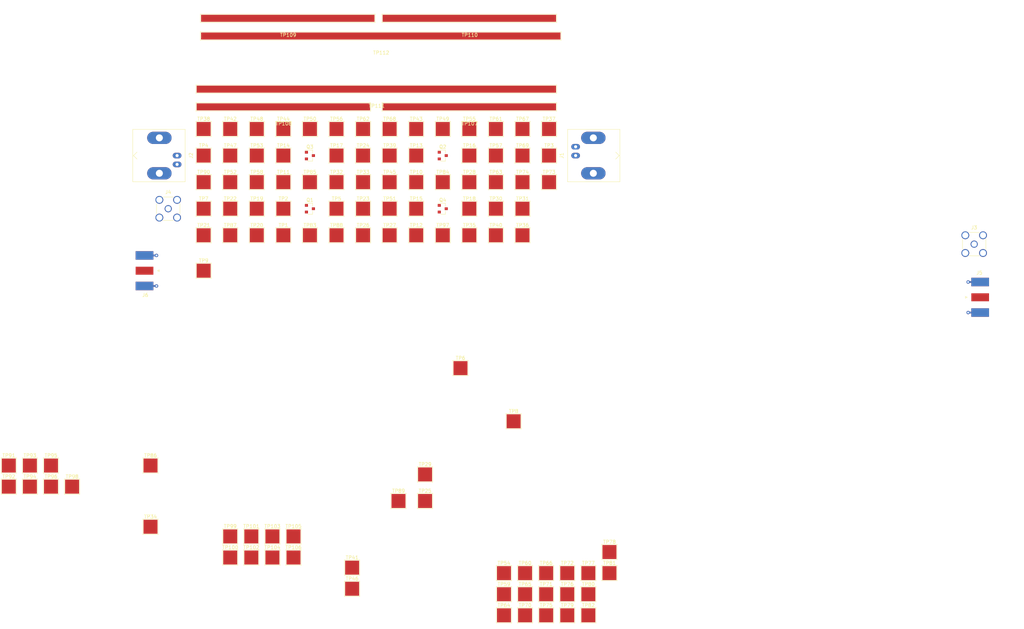
<source format=kicad_pcb>
(kicad_pcb (version 20211014) (generator pcbnew)
  (layers (0 "F.Cu" signal) (31 "B.Cu" signal) (34 "B.Paste" user) (35 "F.Paste" user) (36 "B.SilkS" user "B.Silkscreen") (37 "F.SilkS" user "F.Silkscreen") (38 "B.Mask" user) (39 "F.Mask" user) (44 "Edge.Cuts" user))
  (net 0 "")
  (net 1 "GND")
  (net 2 "Net-(J1-Pad1)")
  (net 3 "Net-(J2-Pad1)")
  (net 4 "Net-(J3-Pad1)")
  (net 5 "Net-(J4-Pad1)")
  (net 6 "Net-(J5-Pad1)")
  (net 7 "Net-(J6-Pad1)")
  (net 8 "Net-(Q1-Pad3)")
  (net 9 "Net-(Q1-Pad2)")
  (net 10 "Net-(Q1-Pad1)")
  (net 11 "Net-(Q2-Pad3)")
  (net 12 "Net-(Q2-Pad2)")
  (net 13 "Net-(Q2-Pad1)")
  (net 14 "Net-(Q3-Pad3)")
  (net 15 "Net-(Q3-Pad2)")
  (net 16 "Net-(Q3-Pad1)")
  (net 17 "Net-(Q4-Pad3)")
  (net 18 "Net-(Q4-Pad2)")
  (net 19 "Net-(Q4-Pad1)")
  (net 20 "+12V")
  (footprint "Connector_Coaxial:BNC_Amphenol_B6252HB-NPP3G-50_Horizontal" (layer "F.Cu") (at 198.12 91.44 -90)
    (fp_text reference "J1" (at 0 4 90) (layer "F.SilkS"))
    (fp_text value "BNC_out")
    (pad "1" thru_hole oval locked (at 0 0 270) (size 1.6 2.5) (drill 0.89) (layers *.Cu *.Mask) (net 2 "Net-(J1-Pad1)"))
    (pad "2" thru_hole oval locked (at 5.08 -5.08 270) (size 3.5 7) (drill 2.01) (layers *.Cu *.Mask) (net 1 "GND"))
    (pad "2" thru_hole oval locked (at -5.08 -5.08 270) (size 3.5 7) (drill 2.01) (layers *.Cu *.Mask) (net 1 "GND"))
    (pad "2" thru_hole oval locked (at -2.54 0 270) (size 1.6 2.5) (drill 0.89) (layers *.Cu *.Mask) (net 1 "GND"))
  )
  (footprint "Connector_Coaxial:BNC_Amphenol_B6252HB-NPP3G-50_Horizontal" (layer "F.Cu") (at 83.82 91.44 90)
    (fp_text reference "J2" (at 0 4 90) (layer "F.SilkS"))
    (fp_text value "BNC_in")
    (pad "1" thru_hole oval locked (at 0 0 90) (size 1.6 2.5) (drill 0.89) (layers *.Cu *.Mask) (net 3 "Net-(J2-Pad1)"))
    (pad "2" thru_hole oval locked (at -2.54 0 90) (size 1.6 2.5) (drill 0.89) (layers *.Cu *.Mask) (net 1 "GND"))
    (pad "2" thru_hole oval locked (at -5.08 -5.08 90) (size 3.5 7) (drill 2.01) (layers *.Cu *.Mask) (net 1 "GND"))
    (pad "2" thru_hole oval locked (at 5.08 -5.08 90) (size 3.5 7) (drill 2.01) (layers *.Cu *.Mask) (net 1 "GND"))
  )
  (footprint "Connector_Coaxial:SMA_Amphenol_901-144_Vertical" (layer "F.Cu") (at 312.42 116.84)
    (fp_text reference "J3" (at 0 -4.75) (layer "F.SilkS"))
    (fp_text value "SMA_vertical_out")
    (pad "1" thru_hole circle locked (at 0 0) (size 2.05 2.05) (drill 1.5) (layers *.Cu *.Mask) (net 4 "Net-(J3-Pad1)"))
    (pad "2" thru_hole circle locked (at -2.54 2.54) (size 2.25 2.25) (drill 1.7) (layers *.Cu *.Mask) (net 1 "GND"))
    (pad "2" thru_hole circle locked (at 2.54 2.54) (size 2.25 2.25) (drill 1.7) (layers *.Cu *.Mask) (net 1 "GND"))
    (pad "2" thru_hole circle locked (at -2.54 -2.54) (size 2.25 2.25) (drill 1.7) (layers *.Cu *.Mask) (net 1 "GND"))
    (pad "2" thru_hole circle locked (at 2.54 -2.54) (size 2.25 2.25) (drill 1.7) (layers *.Cu *.Mask) (net 1 "GND"))
  )
  (footprint "Connector_Coaxial:SMA_Amphenol_901-144_Vertical" (layer "F.Cu") (at 81.28 106.68)
    (fp_text reference "J4" (at 0 -4.75) (layer "F.SilkS"))
    (fp_text value "SMA_vertical_in")
    (pad "1" thru_hole circle locked (at 0 0) (size 2.05 2.05) (drill 1.5) (layers *.Cu *.Mask) (net 5 "Net-(J4-Pad1)"))
    (pad "2" thru_hole circle locked (at -2.54 2.54) (size 2.25 2.25) (drill 1.7) (layers *.Cu *.Mask) (net 1 "GND"))
    (pad "2" thru_hole circle locked (at -2.54 -2.54) (size 2.25 2.25) (drill 1.7) (layers *.Cu *.Mask) (net 1 "GND"))
    (pad "2" thru_hole circle locked (at 2.54 2.54) (size 2.25 2.25) (drill 1.7) (layers *.Cu *.Mask) (net 1 "GND"))
    (pad "2" thru_hole circle locked (at 2.54 -2.54) (size 2.25 2.25) (drill 1.7) (layers *.Cu *.Mask) (net 1 "GND"))
  )
  (footprint "Connector_Coaxial:SMA_Molex_73251-1153_EdgeMount_Horizontal" (layer "F.Cu") (at 312.42 132.08 180)
    (fp_text reference "J5" (at -1.5 7) (layer "F.SilkS"))
    (fp_text value "SMA_edge_out")
    (pad "1" smd rect locked (at -1.72 0 180) (size 5.08 2.29) (layers "F.Cu" "F.Paste" "F.Mask") (net 6 "Net-(J5-Pad1)"))
    (pad "2" smd rect locked (at -1.72 4.38 180) (size 5.08 2.42) (layers "F.Cu" "F.Paste" "F.Mask") (net 1 "GND"))
    (pad "2" smd rect locked (at 1.27 4.38 180) (size 0.95 0.46) (layers "F.Cu") (net 1 "GND"))
    (pad "2" smd rect locked (at -1.72 -4.38 180) (size 5.08 2.42) (layers "F.Cu" "F.Paste" "F.Mask") (net 1 "GND"))
    (pad "2" smd rect locked (at -1.72 4.38 180) (size 5.08 2.42) (layers "B.Cu" "B.Paste" "B.Mask") (net 1 "GND"))
    (pad "2" smd rect locked (at 1.27 -4.38 180) (size 0.95 0.46) (layers "F.Cu") (net 1 "GND"))
    (pad "2" thru_hole circle locked (at 1.72 4.38 180) (size 0.97 0.97) (drill 0.46) (layers *.Cu) (net 1 "GND"))
    (pad "2" smd rect locked (at 1.27 4.38 180) (size 0.95 0.46) (layers "B.Cu") (net 1 "GND"))
    (pad "2" thru_hole circle locked (at 1.72 -4.38 180) (size 0.97 0.97) (drill 0.46) (layers *.Cu) (net 1 "GND"))
    (pad "2" smd rect locked (at 1.27 -4.38 180) (size 0.95 0.46) (layers "B.Cu") (net 1 "GND"))
    (pad "2" smd rect locked (at -1.72 -4.38 180) (size 5.08 2.42) (layers "B.Cu" "B.Paste" "B.Mask") (net 1 "GND"))
  )
  (footprint "Connector_Coaxial:SMA_Molex_73251-1153_EdgeMount_Horizontal" (layer "F.Cu") (at 76.2 124.46)
    (fp_text reference "J6" (at -1.5 7) (layer "F.SilkS"))
    (fp_text value "SMA_edge_in")
    (pad "1" smd rect locked (at -1.72 0) (size 5.08 2.29) (layers "F.Cu" "F.Paste" "F.Mask") (net 7 "Net-(J6-Pad1)"))
    (pad "2" smd rect locked (at -1.72 -4.38) (size 5.08 2.42) (layers "B.Cu" "B.Paste" "B.Mask") (net 1 "GND"))
    (pad "2" smd rect locked (at 1.27 4.38) (size 0.95 0.46) (layers "F.Cu") (net 1 "GND"))
    (pad "2" thru_hole circle locked (at 1.72 4.38) (size 0.97 0.97) (drill 0.46) (layers *.Cu) (net 1 "GND"))
    (pad "2" smd rect locked (at -1.72 -4.38) (size 5.08 2.42) (layers "F.Cu" "F.Paste" "F.Mask") (net 1 "GND"))
    (pad "2" thru_hole circle locked (at 1.72 -4.38) (size 0.97 0.97) (drill 0.46) (layers *.Cu) (net 1 "GND"))
    (pad "2" smd rect locked (at 1.27 4.38) (size 0.95 0.46) (layers "B.Cu") (net 1 "GND"))
    (pad "2" smd rect locked (at -1.72 4.38) (size 5.08 2.42) (layers "F.Cu" "F.Paste" "F.Mask") (net 1 "GND"))
    (pad "2" smd rect locked (at -1.72 4.38) (size 5.08 2.42) (layers "B.Cu" "B.Paste" "B.Mask") (net 1 "GND"))
    (pad "2" smd rect locked (at 1.27 -4.38) (size 0.95 0.46) (layers "F.Cu") (net 1 "GND"))
    (pad "2" smd rect locked (at 1.27 -4.38) (size 0.95 0.46) (layers "B.Cu") (net 1 "GND"))
  )
  (footprint "Package_TO_SOT_SMD:SOT-23" (layer "F.Cu") (at 121.92 106.68)
    (fp_text reference "Q1" (at 0 -2.5) (layer "F.SilkS"))
    (fp_text value "Q_NPN_BCE")
    (pad "1" smd rect locked (at -1 -0.95) (size 0.9 0.8) (layers "F.Cu" "F.Paste" "F.Mask") (net 10 "Net-(Q1-Pad1)"))
    (pad "2" smd rect locked (at -1 0.95) (size 0.9 0.8) (layers "F.Cu" "F.Paste" "F.Mask") (net 9 "Net-(Q1-Pad2)"))
    (pad "3" smd rect locked (at 1 0) (size 0.9 0.8) (layers "F.Cu" "F.Paste" "F.Mask") (net 8 "Net-(Q1-Pad3)"))
  )
  (footprint "TestPoint:TestPoint_Pad_4.0x4.0mm" (layer "F.Cu") (at 114.3 114.3)
    (fp_text reference "TP1" (at 0 -2.898) (layer "F.SilkS"))
    (fp_text value "C")
    (pad "1" smd rect locked (at 0 0) (size 4 4) (layers "F.Cu" "F.Mask") (net 9 "Net-(Q1-Pad2)"))
  )
  (footprint "TestPoint:TestPoint_Pad_4.0x4.0mm" (layer "F.Cu") (at 114.3 106.68)
    (fp_text reference "TP2" (at 0 -2.898) (layer "F.SilkS"))
    (fp_text value "B")
    (pad "1" smd rect locked (at 0 0) (size 4 4) (layers "F.Cu" "F.Mask") (net 10 "Net-(Q1-Pad1)"))
  )
  (footprint "TestPoint:TestPoint_Pad_4.0x4.0mm" (layer "F.Cu") (at 190.5 91.44)
    (fp_text reference "TP3" (at 0 -2.898) (layer "F.SilkS"))
    (fp_text value "PAD_out")
    (pad "1" smd rect locked (at 0 0) (size 4 4) (layers "F.Cu" "F.Mask") (net 2 "Net-(J1-Pad1)"))
  )
  (footprint "TestPoint:TestPoint_Pad_4.0x4.0mm" (layer "F.Cu") (at 91.44 91.44)
    (fp_text reference "TP4" (at 0 -2.898) (layer "F.SilkS"))
    (fp_text value "PAD_in")
    (pad "1" smd rect locked (at 0 0) (size 4 4) (layers "F.Cu" "F.Mask") (net 3 "Net-(J2-Pad1)"))
  )
  (footprint "TestPoint:TestPoint_Pad_4.0x4.0mm" (layer "F.Cu") (at 129.54 106.68)
    (fp_text reference "TP5" (at 0 -2.898) (layer "F.SilkS"))
    (fp_text value "E")
    (pad "1" smd rect locked (at 0 0) (size 4 4) (layers "F.Cu" "F.Mask") (net 8 "Net-(Q1-Pad3)"))
  )
  (footprint "TestPoint:TestPoint_Pad_4.0x4.0mm" (layer "F.Cu") (at 165.1 152.4)
    (fp_text reference "TP6" (at 0 -2.898) (layer "F.SilkS"))
    (fp_text value "PAD_out")
    (pad "1" smd rect locked (at 0 0) (size 4 4) (layers "F.Cu" "F.Mask") (net 4 "Net-(J3-Pad1)"))
  )
  (footprint "TestPoint:TestPoint_Pad_4.0x4.0mm" (layer "F.Cu") (at 91.44 106.68)
    (fp_text reference "TP7" (at 0 -2.898) (layer "F.SilkS"))
    (fp_text value "PAD_in")
    (pad "1" smd rect locked (at 0 0) (size 4 4) (layers "F.Cu" "F.Mask") (net 5 "Net-(J4-Pad1)"))
  )
  (footprint "TestPoint:TestPoint_Pad_4.0x4.0mm" (layer "F.Cu") (at 180.34 167.64)
    (fp_text reference "TP8" (at 0 -2.898) (layer "F.SilkS"))
    (fp_text value "PAD_out")
    (pad "1" smd rect locked (at 0 0) (size 4 4) (layers "F.Cu" "F.Mask") (net 6 "Net-(J5-Pad1)"))
  )
  (footprint "TestPoint:TestPoint_Pad_4.0x4.0mm" (layer "F.Cu") (at 91.44 124.46)
    (fp_text reference "TP9" (at 0 -2.898) (layer "F.SilkS"))
    (fp_text value "PAD_in")
    (pad "1" smd rect locked (at 0 0) (size 4 4) (layers "F.Cu" "F.Mask") (net 7 "Net-(J6-Pad1)"))
  )
  (footprint "Package_TO_SOT_SMD:SOT-23" (layer "F.Cu") (at 160.02 91.44)
    (fp_text reference "Q2" (at 0 -2.5) (layer "F.SilkS"))
    (fp_text value "Q_NPN_BCE")
    (pad "1" smd rect locked (at -1 -0.95) (size 0.9 0.8) (layers "F.Cu" "F.Paste" "F.Mask") (net 13 "Net-(Q2-Pad1)"))
    (pad "2" smd rect locked (at -1 0.95) (size 0.9 0.8) (layers "F.Cu" "F.Paste" "F.Mask") (net 12 "Net-(Q2-Pad2)"))
    (pad "3" smd rect locked (at 1 0) (size 0.9 0.8) (layers "F.Cu" "F.Paste" "F.Mask") (net 11 "Net-(Q2-Pad3)"))
  )
  (footprint "Package_TO_SOT_SMD:SOT-23" (layer "F.Cu") (at 121.92 91.44)
    (fp_text reference "Q3" (at 0 -2.5) (layer "F.SilkS"))
    (fp_text value "Q_NPN_BCE")
    (pad "1" smd rect locked (at -1 -0.95) (size 0.9 0.8) (layers "F.Cu" "F.Paste" "F.Mask") (net 16 "Net-(Q3-Pad1)"))
    (pad "2" smd rect locked (at -1 0.95) (size 0.9 0.8) (layers "F.Cu" "F.Paste" "F.Mask") (net 15 "Net-(Q3-Pad2)"))
    (pad "3" smd rect locked (at 1 0) (size 0.9 0.8) (layers "F.Cu" "F.Paste" "F.Mask") (net 14 "Net-(Q3-Pad3)"))
  )
  (footprint "Package_TO_SOT_SMD:SOT-23" (layer "F.Cu") (at 160.02 106.68)
    (fp_text reference "Q4" (at 0 -2.5) (layer "F.SilkS"))
    (fp_text value "Q_NPN_BCE")
    (pad "1" smd rect locked (at -1 -0.95) (size 0.9 0.8) (layers "F.Cu" "F.Paste" "F.Mask") (net 19 "Net-(Q4-Pad1)"))
    (pad "2" smd rect locked (at -1 0.95) (size 0.9 0.8) (layers "F.Cu" "F.Paste" "F.Mask") (net 18 "Net-(Q4-Pad2)"))
    (pad "3" smd rect locked (at 1 0) (size 0.9 0.8) (layers "F.Cu" "F.Paste" "F.Mask") (net 17 "Net-(Q4-Pad3)"))
  )
  (footprint "TestPoint:TestPoint_Pad_4.0x4.0mm" (layer "F.Cu") (at 152.4 99.06)
    (fp_text reference "TP10" (at 0 -2.898) (layer "F.SilkS"))
    (fp_text value "C")
    (pad "1" smd rect locked (at 0 0) (size 4 4) (layers "F.Cu" "F.Mask") (net 12 "Net-(Q2-Pad2)"))
  )
  (footprint "TestPoint:TestPoint_Pad_4.0x4.0mm" (layer "F.Cu") (at 114.3 99.06)
    (fp_text reference "TP11" (at 0 -2.898) (layer "F.SilkS"))
    (fp_text value "C")
    (pad "1" smd rect locked (at 0 0) (size 4 4) (layers "F.Cu" "F.Mask") (net 15 "Net-(Q3-Pad2)"))
  )
  (footprint "TestPoint:TestPoint_Pad_4.0x4.0mm" (layer "F.Cu") (at 152.4 114.3)
    (fp_text reference "TP12" (at 0 -2.898) (layer "F.SilkS"))
    (fp_text value "C")
    (pad "1" smd rect locked (at 0 0) (size 4 4) (layers "F.Cu" "F.Mask") (net 18 "Net-(Q4-Pad2)"))
  )
  (footprint "TestPoint:TestPoint_Pad_4.0x4.0mm" (layer "F.Cu") (at 152.4 91.44)
    (fp_text reference "TP13" (at 0 -2.898) (layer "F.SilkS"))
    (fp_text value "B")
    (pad "1" smd rect locked (at 0 0) (size 4 4) (layers "F.Cu" "F.Mask") (net 13 "Net-(Q2-Pad1)"))
  )
  (footprint "TestPoint:TestPoint_Pad_4.0x4.0mm" (layer "F.Cu") (at 114.3 91.44)
    (fp_text reference "TP14" (at 0 -2.898) (layer "F.SilkS"))
    (fp_text value "B")
    (pad "1" smd rect locked (at 0 0) (size 4 4) (layers "F.Cu" "F.Mask") (net 16 "Net-(Q3-Pad1)"))
  )
  (footprint "TestPoint:TestPoint_Pad_4.0x4.0mm" (layer "F.Cu") (at 152.4 106.68)
    (fp_text reference "TP15" (at 0 -2.898) (layer "F.SilkS"))
    (fp_text value "B")
    (pad "1" smd rect locked (at 0 0) (size 4 4) (layers "F.Cu" "F.Mask") (net 19 "Net-(Q4-Pad1)"))
  )
  (footprint "TestPoint:TestPoint_Pad_4.0x4.0mm" (layer "F.Cu") (at 167.64 91.44)
    (fp_text reference "TP16" (at 0 -2.898) (layer "F.SilkS"))
    (fp_text value "E")
    (pad "1" smd rect locked (at 0 0) (size 4 4) (layers "F.Cu" "F.Mask") (net 11 "Net-(Q2-Pad3)"))
  )
  (footprint "TestPoint:TestPoint_Pad_4.0x4.0mm" (layer "F.Cu") (at 129.54 91.44)
    (fp_text reference "TP17" (at 0 -2.898) (layer "F.SilkS"))
    (fp_text value "E")
    (pad "1" smd rect locked (at 0 0) (size 4 4) (layers "F.Cu" "F.Mask") (net 14 "Net-(Q3-Pad3)"))
  )
  (footprint "TestPoint:TestPoint_Pad_4.0x4.0mm" (layer "F.Cu") (at 167.64 106.68)
    (fp_text reference "TP18" (at 0 -2.898) (layer "F.SilkS"))
    (fp_text value "E")
    (pad "1" smd rect locked (at 0 0) (size 4 4) (layers "F.Cu" "F.Mask") (net 17 "Net-(Q4-Pad3)"))
  )
  (footprint "TestPoint:TestPoint_Pad_4.0x4.0mm" (layer "F.Cu") (at 106.68 106.68)
    (fp_text reference "TP19" (at 0 -2.898) (layer "F.SilkS"))
    (fp_text value "E")
    (pad "1" smd rect locked (at 0 0) (size 4 4) (layers "F.Cu" "F.Mask"))
  )
  (footprint "TestPoint:TestPoint_Pad_4.0x4.0mm" (layer "F.Cu") (at 106.68 114.3)
    (fp_text reference "TP20" (at 0 -2.898) (layer "F.SilkS"))
    (fp_text value "E")
    (pad "1" smd rect locked (at 0 0) (size 4 4) (layers "F.Cu" "F.Mask"))
  )
  (footprint "TestPoint:TestPoint_Pad_4.0x4.0mm" (layer "F.Cu") (at 91.44 114.3)
    (fp_text reference "TP21" (at 0 -2.898) (layer "F.SilkS"))
    (fp_text value "E")
    (pad "1" smd rect locked (at 0 0) (size 4 4) (layers "F.Cu" "F.Mask"))
  )
  (footprint "TestPoint:TestPoint_Pad_4.0x4.0mm" (layer "F.Cu") (at 99.06 106.68)
    (fp_text reference "TP22" (at 0 -2.898) (layer "F.SilkS"))
    (fp_text value "E")
    (pad "1" smd rect locked (at 0 0) (size 4 4) (layers "F.Cu" "F.Mask"))
  )
  (footprint "TestPoint:TestPoint_Pad_4.0x4.0mm" (layer "F.Cu") (at 137.16 106.68)
    (fp_text reference "TP23" (at 0 -2.898) (layer "F.SilkS"))
    (fp_text value "E")
    (pad "1" smd rect locked (at 0 0) (size 4 4) (layers "F.Cu" "F.Mask"))
  )
  (footprint "TestPoint:TestPoint_Pad_4.0x4.0mm" (layer "F.Cu") (at 137.16 91.44)
    (fp_text reference "TP24" (at 0 -2.898) (layer "F.SilkS"))
    (fp_text value "E")
    (pad "1" smd rect locked (at 0 0) (size 4 4) (layers "F.Cu" "F.Mask"))
  )
  (footprint "TestPoint:TestPoint_Pad_4.0x4.0mm" (layer "F.Cu") (at 154.94 190.5)
    (fp_text reference "TP25" (at 0 -2.898) (layer "F.SilkS"))
    (fp_text value "E")
    (pad "1" smd rect locked (at 0 0) (size 4 4) (layers "F.Cu" "F.Mask"))
  )
  (footprint "TestPoint:TestPoint_Pad_4.0x4.0mm" (layer "F.Cu") (at 137.16 114.3)
    (fp_text reference "TP26" (at 0 -2.898) (layer "F.SilkS"))
    (fp_text value "E")
    (pad "1" smd rect locked (at 0 0) (size 4 4) (layers "F.Cu" "F.Mask"))
  )
  (footprint "TestPoint:TestPoint_Pad_4.0x4.0mm" (layer "F.Cu") (at 144.78 114.3)
    (fp_text reference "TP27" (at 0 -2.898) (layer "F.SilkS"))
    (fp_text value "E")
    (pad "1" smd rect locked (at 0 0) (size 4 4) (layers "F.Cu" "F.Mask"))
  )
  (footprint "TestPoint:TestPoint_Pad_4.0x4.0mm" (layer "F.Cu") (at 167.64 99.06)
    (fp_text reference "TP28" (at 0 -2.898) (layer "F.SilkS"))
    (fp_text value "E")
    (pad "1" smd rect locked (at 0 0) (size 4 4) (layers "F.Cu" "F.Mask"))
  )
  (footprint "TestPoint:TestPoint_Pad_4.0x4.0mm" (layer "F.Cu") (at 154.94 182.88)
    (fp_text reference "TP29" (at 0 -2.898) (layer "F.SilkS"))
    (fp_text value "E")
    (pad "1" smd rect locked (at 0 0) (size 4 4) (layers "F.Cu" "F.Mask"))
  )
  (footprint "TestPoint:TestPoint_Pad_4.0x4.0mm" (layer "F.Cu") (at 175.26 106.68)
    (fp_text reference "TP30" (at 0 -2.898) (layer "F.SilkS"))
    (fp_text value "E")
    (pad "1" smd rect locked (at 0 0) (size 4 4) (layers "F.Cu" "F.Mask"))
  )
  (footprint "TestPoint:TestPoint_Pad_4.0x4.0mm" (layer "F.Cu") (at 182.88 106.68)
    (fp_text reference "TP31" (at 0 -2.898) (layer "F.SilkS"))
    (fp_text value "E")
    (pad "1" smd rect locked (at 0 0) (size 4 4) (layers "F.Cu" "F.Mask"))
  )
  (footprint "TestPoint:TestPoint_Pad_4.0x4.0mm" (layer "F.Cu") (at 129.54 99.06)
    (fp_text reference "TP32" (at 0 -2.898) (layer "F.SilkS"))
    (fp_text value "E")
    (pad "1" smd rect locked (at 0 0) (size 4 4) (layers "F.Cu" "F.Mask"))
  )
  (footprint "TestPoint:TestPoint_Pad_4.0x4.0mm" (layer "F.Cu") (at 137.16 99.06)
    (fp_text reference "TP33" (at 0 -2.898) (layer "F.SilkS"))
    (fp_text value "E")
    (pad "1" smd rect locked (at 0 0) (size 4 4) (layers "F.Cu" "F.Mask"))
  )
  (footprint "TestPoint:TestPoint_Pad_4.0x4.0mm" (layer "F.Cu") (at 76.2 197.89)
    (fp_text reference "TP34" (at 0 -2.898) (layer "F.SilkS"))
    (fp_text value "E")
    (pad "1" smd rect locked (at 0 0) (size 4 4) (layers "F.Cu" "F.Mask"))
  )
  (footprint "TestPoint:TestPoint_Pad_4.0x4.0mm" (layer "F.Cu") (at 167.64 114.3)
    (fp_text reference "TP35" (at 0 -2.898) (layer "F.SilkS"))
    (fp_text value "E")
    (pad "1" smd rect locked (at 0 0) (size 4 4) (layers "F.Cu" "F.Mask"))
  )
  (footprint "TestPoint:TestPoint_Pad_4.0x4.0mm" (layer "F.Cu") (at 182.88 114.3)
    (fp_text reference "TP36" (at 0 -2.898) (layer "F.SilkS"))
    (fp_text value "E")
    (pad "1" smd rect locked (at 0 0) (size 4 4) (layers "F.Cu" "F.Mask"))
  )
  (footprint "TestPoint:TestPoint_Pad_4.0x4.0mm" (layer "F.Cu") (at 190.5 83.82)
    (fp_text reference "TP37" (at 0 -2.898) (layer "F.SilkS"))
    (fp_text value "E")
    (pad "1" smd rect locked (at 0 0) (size 4 4) (layers "F.Cu" "F.Mask"))
  )
  (footprint "TestPoint:TestPoint_Pad_4.0x4.0mm" (layer "F.Cu") (at 91.44 83.82)
    (fp_text reference "TP38" (at 0 -2.898) (layer "F.SilkS"))
    (fp_text value "E")
    (pad "1" smd rect locked (at 0 0) (size 4 4) (layers "F.Cu" "F.Mask"))
  )
  (footprint "TestPoint:TestPoint_Pad_4.0x4.0mm" (layer "F.Cu") (at 144.78 91.44)
    (fp_text reference "TP39" (at 0 -2.898) (layer "F.SilkS"))
    (fp_text value "E")
    (pad "1" smd rect locked (at 0 0) (size 4 4) (layers "F.Cu" "F.Mask"))
  )
  (footprint "TestPoint:TestPoint_Pad_4.0x4.0mm" (layer "F.Cu") (at 175.26 114.3)
    (fp_text reference "TP40" (at 0 -2.898) (layer "F.SilkS"))
    (fp_text value "E")
    (pad "1" smd rect locked (at 0 0) (size 4 4) (layers "F.Cu" "F.Mask"))
  )
  (footprint "TestPoint:TestPoint_Pad_4.0x4.0mm" (layer "F.Cu") (at 134.02 209.62)
    (fp_text reference "TP41" (at 0 -2.898) (layer "F.SilkS"))
    (fp_text value "E")
    (pad "1" smd rect locked (at 0 0) (size 4 4) (layers "F.Cu" "F.Mask"))
  )
  (footprint "TestPoint:TestPoint_Pad_4.0x4.0mm" (layer "F.Cu") (at 99.06 83.82)
    (fp_text reference "TP42" (at 0 -2.898) (layer "F.SilkS"))
    (fp_text value "E")
    (pad "1" smd rect locked (at 0 0) (size 4 4) (layers "F.Cu" "F.Mask"))
  )
  (footprint "TestPoint:TestPoint_Pad_4.0x4.0mm" (layer "F.Cu") (at 152.4 83.82)
    (fp_text reference "TP43" (at 0 -2.898) (layer "F.SilkS"))
    (fp_text value "E")
    (pad "1" smd rect locked (at 0 0) (size 4 4) (layers "F.Cu" "F.Mask"))
  )
  (footprint "TestPoint:TestPoint_Pad_4.0x4.0mm" (layer "F.Cu") (at 114.3 83.82)
    (fp_text reference "TP44" (at 0 -2.898) (layer "F.SilkS"))
    (fp_text value "E")
    (pad "1" smd rect locked (at 0 0) (size 4 4) (layers "F.Cu" "F.Mask"))
  )
  (footprint "TestPoint:TestPoint_Pad_4.0x4.0mm" (layer "F.Cu") (at 144.78 99.06)
    (fp_text reference "TP45" (at 0 -2.898) (layer "F.SilkS"))
    (fp_text value "E")
    (pad "1" smd rect locked (at 0 0) (size 4 4) (layers "F.Cu" "F.Mask"))
  )
  (footprint "TestPoint:TestPoint_Pad_4.0x4.0mm" (layer "F.Cu") (at 134.02 215.67)
    (fp_text reference "TP46" (at 0 -2.898) (layer "F.SilkS"))
    (fp_text value "E")
    (pad "1" smd rect locked (at 0 0) (size 4 4) (layers "F.Cu" "F.Mask"))
  )
  (footprint "TestPoint:TestPoint_Pad_4.0x4.0mm" (layer "F.Cu") (at 99.06 91.44)
    (fp_text reference "TP47" (at 0 -2.898) (layer "F.SilkS"))
    (fp_text value "E")
    (pad "1" smd rect locked (at 0 0) (size 4 4) (layers "F.Cu" "F.Mask"))
  )
  (footprint "TestPoint:TestPoint_Pad_4.0x4.0mm" (layer "F.Cu") (at 106.68 83.82)
    (fp_text reference "TP48" (at 0 -2.898) (layer "F.SilkS"))
    (fp_text value "E")
    (pad "1" smd rect locked (at 0 0) (size 4 4) (layers "F.Cu" "F.Mask"))
  )
  (footprint "TestPoint:TestPoint_Pad_4.0x4.0mm" (layer "F.Cu") (at 160.02 83.82)
    (fp_text reference "TP49" (at 0 -2.898) (layer "F.SilkS"))
    (fp_text value "E")
    (pad "1" smd rect locked (at 0 0) (size 4 4) (layers "F.Cu" "F.Mask"))
  )
  (footprint "TestPoint:TestPoint_Pad_4.0x4.0mm" (layer "F.Cu") (at 121.92 83.82)
    (fp_text reference "TP50" (at 0 -2.898) (layer "F.SilkS"))
    (fp_text value "E")
    (pad "1" smd rect locked (at 0 0) (size 4 4) (layers "F.Cu" "F.Mask"))
  )
  (footprint "TestPoint:TestPoint_Pad_4.0x4.0mm" (layer "F.Cu") (at 144.78 106.68)
    (fp_text reference "TP51" (at 0 -2.898) (layer "F.SilkS"))
    (fp_text value "E")
    (pad "1" smd rect locked (at 0 0) (size 4 4) (layers "F.Cu" "F.Mask"))
  )
  (footprint "TestPoint:TestPoint_Pad_4.0x4.0mm" (layer "F.Cu") (at 99.06 99.06)
    (fp_text reference "TP52" (at 0 -2.898) (layer "F.SilkS"))
    (fp_text value "E")
    (pad "1" smd rect locked (at 0 0) (size 4 4) (layers "F.Cu" "F.Mask"))
  )
  (footprint "TestPoint:TestPoint_Pad_4.0x4.0mm" (layer "F.Cu") (at 106.68 91.44)
    (fp_text reference "TP53" (at 0 -2.898) (layer "F.SilkS"))
    (fp_text value "E")
    (pad "1" smd rect locked (at 0 0) (size 4 4) (layers "F.Cu" "F.Mask"))
  )
  (footprint "TestPoint:TestPoint_Pad_4.0x4.0mm" (layer "F.Cu") (at 177.57 211.19)
    (fp_text reference "TP54" (at 0 -2.898) (layer "F.SilkS"))
    (fp_text value "E")
    (pad "1" smd rect locked (at 0 0) (size 4 4) (layers "F.Cu" "F.Mask"))
  )
  (footprint "TestPoint:TestPoint_Pad_4.0x4.0mm" (layer "F.Cu") (at 167.64 83.82)
    (fp_text reference "TP55" (at 0 -2.898) (layer "F.SilkS"))
    (fp_text value "E")
    (pad "1" smd rect locked (at 0 0) (size 4 4) (layers "F.Cu" "F.Mask"))
  )
  (footprint "TestPoint:TestPoint_Pad_4.0x4.0mm" (layer "F.Cu") (at 129.54 83.82)
    (fp_text reference "TP56" (at 0 -2.898) (layer "F.SilkS"))
    (fp_text value "E")
    (pad "1" smd rect locked (at 0 0) (size 4 4) (layers "F.Cu" "F.Mask"))
  )
  (footprint "TestPoint:TestPoint_Pad_4.0x4.0mm" (layer "F.Cu") (at 175.26 91.44)
    (fp_text reference "TP57" (at 0 -2.898) (layer "F.SilkS"))
    (fp_text value "E")
    (pad "1" smd rect locked (at 0 0) (size 4 4) (layers "F.Cu" "F.Mask"))
  )
  (footprint "TestPoint:TestPoint_Pad_4.0x4.0mm" (layer "F.Cu") (at 106.68 99.06)
    (fp_text reference "TP58" (at 0 -2.898) (layer "F.SilkS"))
    (fp_text value "E")
    (pad "1" smd rect locked (at 0 0) (size 4 4) (layers "F.Cu" "F.Mask"))
  )
  (footprint "TestPoint:TestPoint_Pad_4.0x4.0mm" (layer "F.Cu") (at 177.57 217.24)
    (fp_text reference "TP59" (at 0 -2.898) (layer "F.SilkS"))
    (fp_text value "E")
    (pad "1" smd rect locked (at 0 0) (size 4 4) (layers "F.Cu" "F.Mask"))
  )
  (footprint "TestPoint:TestPoint_Pad_4.0x4.0mm" (layer "F.Cu") (at 183.62 211.19)
    (fp_text reference "TP60" (at 0 -2.898) (layer "F.SilkS"))
    (fp_text value "E")
    (pad "1" smd rect locked (at 0 0) (size 4 4) (layers "F.Cu" "F.Mask"))
  )
  (footprint "TestPoint:TestPoint_Pad_4.0x4.0mm" (layer "F.Cu") (at 175.26 83.82)
    (fp_text reference "TP61" (at 0 -2.898) (layer "F.SilkS"))
    (fp_text value "E")
    (pad "1" smd rect locked (at 0 0) (size 4 4) (layers "F.Cu" "F.Mask"))
  )
  (footprint "TestPoint:TestPoint_Pad_4.0x4.0mm" (layer "F.Cu") (at 137.16 83.82)
    (fp_text reference "TP62" (at 0 -2.898) (layer "F.SilkS"))
    (fp_text value "E")
    (pad "1" smd rect locked (at 0 0) (size 4 4) (layers "F.Cu" "F.Mask"))
  )
  (footprint "TestPoint:TestPoint_Pad_4.0x4.0mm" (layer "F.Cu") (at 175.26 99.06)
    (fp_text reference "TP63" (at 0 -2.898) (layer "F.SilkS"))
    (fp_text value "E")
    (pad "1" smd rect locked (at 0 0) (size 4 4) (layers "F.Cu" "F.Mask"))
  )
  (footprint "TestPoint:TestPoint_Pad_4.0x4.0mm" (layer "F.Cu") (at 177.57 223.29)
    (fp_text reference "TP64" (at 0 -2.898) (layer "F.SilkS"))
    (fp_text value "E")
    (pad "1" smd rect locked (at 0 0) (size 4 4) (layers "F.Cu" "F.Mask"))
  )
  (footprint "TestPoint:TestPoint_Pad_4.0x4.0mm" (layer "F.Cu") (at 183.62 217.24)
    (fp_text reference "TP65" (at 0 -2.898) (layer "F.SilkS"))
    (fp_text value "E")
    (pad "1" smd rect locked (at 0 0) (size 4 4) (layers "F.Cu" "F.Mask"))
  )
  (footprint "TestPoint:TestPoint_Pad_4.0x4.0mm" (layer "F.Cu") (at 189.67 211.19)
    (fp_text reference "TP66" (at 0 -2.898) (layer "F.SilkS"))
    (fp_text value "E")
    (pad "1" smd rect locked (at 0 0) (size 4 4) (layers "F.Cu" "F.Mask"))
  )
  (footprint "TestPoint:TestPoint_Pad_4.0x4.0mm" (layer "F.Cu") (at 182.88 83.82)
    (fp_text reference "TP67" (at 0 -2.898) (layer "F.SilkS"))
    (fp_text value "E")
    (pad "1" smd rect locked (at 0 0) (size 4 4) (layers "F.Cu" "F.Mask"))
  )
  (footprint "TestPoint:TestPoint_Pad_4.0x4.0mm" (layer "F.Cu") (at 144.78 83.82)
    (fp_text reference "TP68" (at 0 -2.898) (layer "F.SilkS"))
    (fp_text value "E")
    (pad "1" smd rect locked (at 0 0) (size 4 4) (layers "F.Cu" "F.Mask"))
  )
  (footprint "TestPoint:TestPoint_Pad_4.0x4.0mm" (layer "F.Cu") (at 182.88 91.44)
    (fp_text reference "TP69" (at 0 -2.898) (layer "F.SilkS"))
    (fp_text value "E")
    (pad "1" smd rect locked (at 0 0) (size 4 4) (layers "F.Cu" "F.Mask"))
  )
  (footprint "TestPoint:TestPoint_Pad_4.0x4.0mm" (layer "F.Cu") (at 183.62 223.29)
    (fp_text reference "TP70" (at 0 -2.898) (layer "F.SilkS"))
    (fp_text value "E")
    (pad "1" smd rect locked (at 0 0) (size 4 4) (layers "F.Cu" "F.Mask"))
  )
  (footprint "TestPoint:TestPoint_Pad_4.0x4.0mm" (layer "F.Cu") (at 189.67 217.24)
    (fp_text reference "TP71" (at 0 -2.898) (layer "F.SilkS"))
    (fp_text value "E")
    (pad "1" smd rect locked (at 0 0) (size 4 4) (layers "F.Cu" "F.Mask"))
  )
  (footprint "TestPoint:TestPoint_Pad_4.0x4.0mm" (layer "F.Cu") (at 195.72 211.19)
    (fp_text reference "TP72" (at 0 -2.898) (layer "F.SilkS"))
    (fp_text value "E")
    (pad "1" smd rect locked (at 0 0) (size 4 4) (layers "F.Cu" "F.Mask"))
  )
  (footprint "TestPoint:TestPoint_Pad_4.0x4.0mm" (layer "F.Cu") (at 190.5 99.06)
    (fp_text reference "TP73" (at 0 -2.898) (layer "F.SilkS"))
    (fp_text value "E")
    (pad "1" smd rect locked (at 0 0) (size 4 4) (layers "F.Cu" "F.Mask"))
  )
  (footprint "TestPoint:TestPoint_Pad_4.0x4.0mm" (layer "F.Cu") (at 182.88 99.06)
    (fp_text reference "TP74" (at 0 -2.898) (layer "F.SilkS"))
    (fp_text value "E")
    (pad "1" smd rect locked (at 0 0) (size 4 4) (layers "F.Cu" "F.Mask"))
  )
  (footprint "TestPoint:TestPoint_Pad_4.0x4.0mm" (layer "F.Cu") (at 189.67 223.29)
    (fp_text reference "TP75" (at 0 -2.898) (layer "F.SilkS"))
    (fp_text value "E")
    (pad "1" smd rect locked (at 0 0) (size 4 4) (layers "F.Cu" "F.Mask"))
  )
  (footprint "TestPoint:TestPoint_Pad_4.0x4.0mm" (layer "F.Cu") (at 195.72 217.24)
    (fp_text reference "TP76" (at 0 -2.898) (layer "F.SilkS"))
    (fp_text value "E")
    (pad "1" smd rect locked (at 0 0) (size 4 4) (layers "F.Cu" "F.Mask"))
  )
  (footprint "TestPoint:TestPoint_Pad_4.0x4.0mm" (layer "F.Cu") (at 201.77 211.19)
    (fp_text reference "TP77" (at 0 -2.898) (layer "F.SilkS"))
    (fp_text value "E")
    (pad "1" smd rect locked (at 0 0) (size 4 4) (layers "F.Cu" "F.Mask"))
  )
  (footprint "TestPoint:TestPoint_Pad_4.0x4.0mm" (layer "F.Cu") (at 207.82 205.14)
    (fp_text reference "TP78" (at 0 -2.898) (layer "F.SilkS"))
    (fp_text value "E")
    (pad "1" smd rect locked (at 0 0) (size 4 4) (layers "F.Cu" "F.Mask"))
  )
  (footprint "TestPoint:TestPoint_Pad_4.0x4.0mm" (layer "F.Cu") (at 195.72 223.29)
    (fp_text reference "TP79" (at 0 -2.898) (layer "F.SilkS"))
    (fp_text value "E")
    (pad "1" smd rect locked (at 0 0) (size 4 4) (layers "F.Cu" "F.Mask"))
  )
  (footprint "TestPoint:TestPoint_Pad_4.0x4.0mm" (layer "F.Cu") (at 201.77 217.24)
    (fp_text reference "TP80" (at 0 -2.898) (layer "F.SilkS"))
    (fp_text value "E")
    (pad "1" smd rect locked (at 0 0) (size 4 4) (layers "F.Cu" "F.Mask"))
  )
  (footprint "TestPoint:TestPoint_Pad_4.0x4.0mm" (layer "F.Cu") (at 207.82 211.19)
    (fp_text reference "TP81" (at 0 -2.898) (layer "F.SilkS"))
    (fp_text value "E")
    (pad "1" smd rect locked (at 0 0) (size 4 4) (layers "F.Cu" "F.Mask"))
  )
  (footprint "TestPoint:TestPoint_Pad_4.0x4.0mm" (layer "F.Cu") (at 201.77 223.29)
    (fp_text reference "TP82" (at 0 -2.898) (layer "F.SilkS"))
    (fp_text value "E")
    (pad "1" smd rect locked (at 0 0) (size 4 4) (layers "F.Cu" "F.Mask"))
  )
  (footprint "TestPoint:TestPoint_Pad_4.0x4.0mm" (layer "F.Cu") (at 121.92 114.3)
    (fp_text reference "TP83" (at 0 -2.898) (layer "F.SilkS"))
    (fp_text value "GND")
    (pad "1" smd rect locked (at 0 0) (size 4 4) (layers "F.Cu" "F.Mask") (net 1 "GND"))
  )
  (footprint "TestPoint:TestPoint_Pad_4.0x4.0mm" (layer "F.Cu") (at 160.02 99.06)
    (fp_text reference "TP84" (at 0 -2.898) (layer "F.SilkS"))
    (fp_text value "GND")
    (pad "1" smd rect locked (at 0 0) (size 4 4) (layers "F.Cu" "F.Mask") (net 1 "GND"))
  )
  (footprint "TestPoint:TestPoint_Pad_4.0x4.0mm" (layer "F.Cu") (at 121.92 99.06)
    (fp_text reference "TP85" (at 0 -2.898) (layer "F.SilkS"))
    (fp_text value "GND")
    (pad "1" smd rect locked (at 0 0) (size 4 4) (layers "F.Cu" "F.Mask") (net 1 "GND"))
  )
  (footprint "TestPoint:TestPoint_Pad_4.0x4.0mm" (layer "F.Cu") (at 76.2 180.34)
    (fp_text reference "TP86" (at 0 -2.898) (layer "F.SilkS"))
    (fp_text value "GND")
    (pad "1" smd rect locked (at 0 0) (size 4 4) (layers "F.Cu" "F.Mask") (net 1 "GND"))
  )
  (footprint "TestPoint:TestPoint_Pad_4.0x4.0mm" (layer "F.Cu") (at 99.06 114.3)
    (fp_text reference "TP87" (at 0 -2.898) (layer "F.SilkS"))
    (fp_text value "GND")
    (pad "1" smd rect locked (at 0 0) (size 4 4) (layers "F.Cu" "F.Mask") (net 1 "GND"))
  )
  (footprint "TestPoint:TestPoint_Pad_4.0x4.0mm" (layer "F.Cu") (at 129.54 114.3)
    (fp_text reference "TP88" (at 0 -2.898) (layer "F.SilkS"))
    (fp_text value "GND")
    (pad "1" smd rect locked (at 0 0) (size 4 4) (layers "F.Cu" "F.Mask") (net 1 "GND"))
  )
  (footprint "TestPoint:TestPoint_Pad_4.0x4.0mm" (layer "F.Cu") (at 147.32 190.5)
    (fp_text reference "TP89" (at 0 -2.898) (layer "F.SilkS"))
    (fp_text value "GND")
    (pad "1" smd rect locked (at 0 0) (size 4 4) (layers "F.Cu" "F.Mask") (net 1 "GND"))
  )
  (footprint "TestPoint:TestPoint_Pad_4.0x4.0mm" (layer "F.Cu") (at 91.44 99.06)
    (fp_text reference "TP90" (at 0 -2.898) (layer "F.SilkS"))
    (fp_text value "GND")
    (pad "1" smd rect locked (at 0 0) (size 4 4) (layers "F.Cu" "F.Mask") (net 1 "GND"))
  )
  (footprint "TestPoint:TestPoint_Pad_4.0x4.0mm" (layer "F.Cu") (at 35.56 180.34)
    (fp_text reference "TP91" (at 0 -2.898) (layer "F.SilkS"))
    (fp_text value "GND")
    (pad "1" smd rect locked (at 0 0) (size 4 4) (layers "F.Cu" "F.Mask") (net 1 "GND"))
  )
  (footprint "TestPoint:TestPoint_Pad_4.0x4.0mm" (layer "F.Cu") (at 35.56 186.39)
    (fp_text reference "TP92" (at 0 -2.898) (layer "F.SilkS"))
    (fp_text value "GND")
    (pad "1" smd rect locked (at 0 0) (size 4 4) (layers "F.Cu" "F.Mask") (net 1 "GND"))
  )
  (footprint "TestPoint:TestPoint_Pad_4.0x4.0mm" (layer "F.Cu") (at 41.61 180.34)
    (fp_text reference "TP93" (at 0 -2.898) (layer "F.SilkS"))
    (fp_text value "GND")
    (pad "1" smd rect locked (at 0 0) (size 4 4) (layers "F.Cu" "F.Mask") (net 1 "GND"))
  )
  (footprint "TestPoint:TestPoint_Pad_4.0x4.0mm" (layer "F.Cu") (at 41.61 186.39)
    (fp_text reference "TP94" (at 0 -2.898) (layer "F.SilkS"))
    (fp_text value "GND")
    (pad "1" smd rect locked (at 0 0) (size 4 4) (layers "F.Cu" "F.Mask") (net 1 "GND"))
  )
  (footprint "TestPoint:TestPoint_Pad_4.0x4.0mm" (layer "F.Cu") (at 47.66 180.34)
    (fp_text reference "TP95" (at 0 -2.898) (layer "F.SilkS"))
    (fp_text value "GND")
    (pad "1" smd rect locked (at 0 0) (size 4 4) (layers "F.Cu" "F.Mask") (net 1 "GND"))
  )
  (footprint "TestPoint:TestPoint_Pad_4.0x4.0mm" (layer "F.Cu") (at 47.66 186.39)
    (fp_text reference "TP96" (at 0 -2.898) (layer "F.SilkS"))
    (fp_text value "GND")
    (pad "1" smd rect locked (at 0 0) (size 4 4) (layers "F.Cu" "F.Mask") (net 1 "GND"))
  )
  (footprint "TestPoint:TestPoint_Pad_4.0x4.0mm" (layer "F.Cu") (at 160.02 114.3)
    (fp_text reference "TP97" (at 0 -2.898) (layer "F.SilkS"))
    (fp_text value "GND")
    (pad "1" smd rect locked (at 0 0) (size 4 4) (layers "F.Cu" "F.Mask") (net 1 "GND"))
  )
  (footprint "TestPoint:TestPoint_Pad_4.0x4.0mm" (layer "F.Cu") (at 53.71 186.39)
    (fp_text reference "TP98" (at 0 -2.898) (layer "F.SilkS"))
    (fp_text value "GND")
    (pad "1" smd rect locked (at 0 0) (size 4 4) (layers "F.Cu" "F.Mask") (net 1 "GND"))
  )
  (footprint "TestPad:TestPad_2x49-72" (layer "F.Cu") (at 167.64 77.47)
    (fp_text reference "TP107" (at 0.1 4.8) (layer "F.SilkS"))
    (fp_text value "E")
    (pad "1" smd rect locked (at 0 0) (size 49.72 2) (layers "F.Cu" "F.Paste" "F.Mask") (net 20 "+12V"))
  )
  (footprint "TestPad:TestPad_2x49-72" (layer "F.Cu") (at 114.3 77.47)
    (fp_text reference "TP108" (at 0.1 4.8) (layer "F.SilkS"))
    (fp_text value "E")
    (pad "1" smd rect locked (at 0 0) (size 49.72 2) (layers "F.Cu" "F.Paste" "F.Mask") (net 20 "+12V"))
  )
  (footprint "TestPoint:TestPoint_Pad_4.0x4.0mm" (layer "F.Cu") (at 99.06 200.66)
    (fp_text reference "TP99" (at 0 -2.898) (layer "F.SilkS"))
    (fp_text value "E")
    (pad "1" smd rect locked (at 0 0) (size 4 4) (layers "F.Cu" "F.Mask") (net 20 "+12V"))
  )
  (footprint "TestPoint:TestPoint_Pad_4.0x4.0mm" (layer "F.Cu") (at 99.06 206.71)
    (fp_text reference "TP100" (at 0 -2.898) (layer "F.SilkS"))
    (fp_text value "E")
    (pad "1" smd rect locked (at 0 0) (size 4 4) (layers "F.Cu" "F.Mask") (net 20 "+12V"))
  )
  (footprint "TestPoint:TestPoint_Pad_4.0x4.0mm" (layer "F.Cu") (at 105.11 200.66)
    (fp_text reference "TP101" (at 0 -2.898) (layer "F.SilkS"))
    (fp_text value "E")
    (pad "1" smd rect locked (at 0 0) (size 4 4) (layers "F.Cu" "F.Mask") (net 20 "+12V"))
  )
  (footprint "TestPoint:TestPoint_Pad_4.0x4.0mm" (layer "F.Cu") (at 105.11 206.71)
    (fp_text reference "TP102" (at 0 -2.898) (layer "F.SilkS"))
    (fp_text value "E")
    (pad "1" smd rect locked (at 0 0) (size 4 4) (layers "F.Cu" "F.Mask") (net 20 "+12V"))
  )
  (footprint "TestPoint:TestPoint_Pad_4.0x4.0mm" (layer "F.Cu") (at 111.16 200.66)
    (fp_text reference "TP103" (at 0 -2.898) (layer "F.SilkS"))
    (fp_text value "E")
    (pad "1" smd rect locked (at 0 0) (size 4 4) (layers "F.Cu" "F.Mask") (net 20 "+12V"))
  )
  (footprint "TestPoint:TestPoint_Pad_4.0x4.0mm" (layer "F.Cu") (at 111.16 206.71)
    (fp_text reference "TP104" (at 0 -2.898) (layer "F.SilkS"))
    (fp_text value "E")
    (pad "1" smd rect locked (at 0 0) (size 4 4) (layers "F.Cu" "F.Mask") (net 20 "+12V"))
  )
  (footprint "TestPoint:TestPoint_Pad_4.0x4.0mm" (layer "F.Cu") (at 117.21 200.66)
    (fp_text reference "TP105" (at 0 -2.898) (layer "F.SilkS"))
    (fp_text value "E")
    (pad "1" smd rect locked (at 0 0) (size 4 4) (layers "F.Cu" "F.Mask") (net 20 "+12V"))
  )
  (footprint "TestPoint:TestPoint_Pad_4.0x4.0mm" (layer "F.Cu") (at 117.21 206.71)
    (fp_text reference "TP106" (at 0 -2.898) (layer "F.SilkS"))
    (fp_text value "E")
    (pad "1" smd rect locked (at 0 0) (size 4 4) (layers "F.Cu" "F.Mask") (net 20 "+12V"))
  )
  (footprint "TestPad:TestPad_2x49-72" (layer "F.Cu") (at 115.57 52.07)
    (fp_text reference "TP109" (at 0.1 4.8) (layer "F.SilkS"))
    (fp_text value "E")
    (pad "1" smd rect locked (at 0 0) (size 49.72 2) (layers "F.Cu" "F.Paste" "F.Mask") (net 20 "+12V"))
  )
  (footprint "TestPad:TestPad_2x49-72" (layer "F.Cu") (at 167.64 52.07)
    (fp_text reference "TP110" (at 0.1 4.8) (layer "F.SilkS"))
    (fp_text value "E")
    (pad "1" smd rect locked (at 0 0) (size 49.72 2) (layers "F.Cu" "F.Paste" "F.Mask") (net 20 "+12V"))
  )
  (footprint "TestPad:TestPad_2x103-06" (layer "F.Cu") (at 140.97 72.39)
    (fp_text reference "TP111" (at 0.1 4.8) (layer "F.SilkS"))
    (fp_text value "GND")
    (pad "1" smd rect locked (at 0 0) (size 103.06 2) (layers "F.Cu" "F.Paste" "F.Mask") (net 1 "GND"))
  )
  (footprint "TestPad:TestPad_2x103-06" (layer "F.Cu") (at 142.24 57.15)
    (fp_text reference "TP112" (at 0.1 4.8) (layer "F.SilkS"))
    (fp_text value "GND")
    (pad "1" smd rect locked (at 0 0) (size 103.06 2) (layers "F.Cu" "F.Paste" "F.Mask") (net 1 "GND"))
  )
)
</source>
